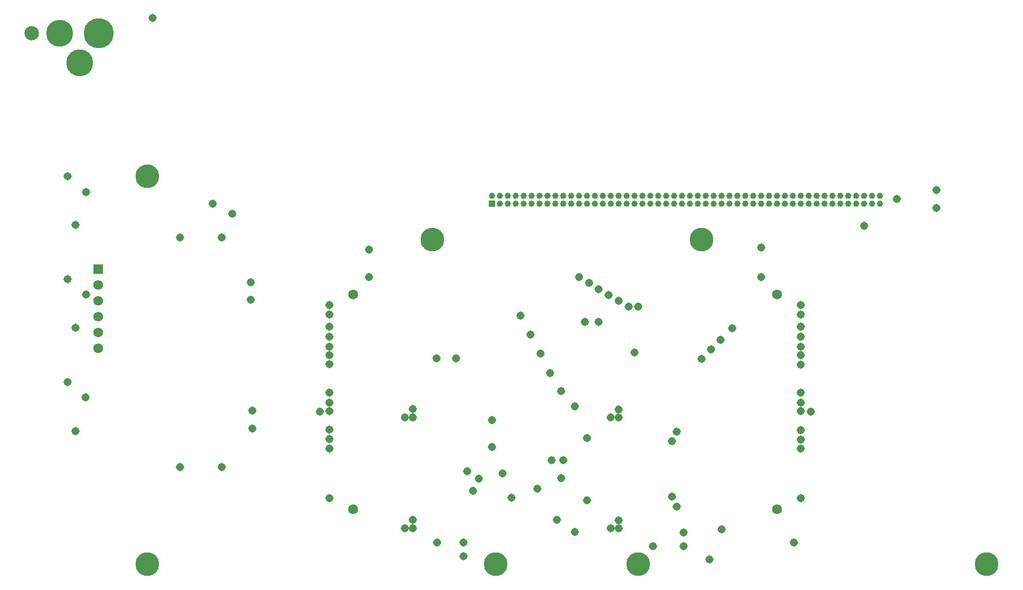
<source format=gbs>
G75*
G70*
%OFA0B0*%
%FSLAX24Y24*%
%IPPOS*%
%LPD*%
%AMOC8*
5,1,8,0,0,1.08239X$1,22.5*
%
%ADD10C,0.1497*%
%ADD11C,0.1897*%
%ADD12C,0.1700*%
%ADD13C,0.0907*%
%ADD14C,0.0397*%
%ADD15R,0.0397X0.0397*%
%ADD16C,0.0631*%
%ADD17R,0.0620X0.0620*%
%ADD18C,0.0620*%
%ADD19C,0.0516*%
D10*
X009326Y001812D03*
X031326Y001812D03*
X040326Y001812D03*
X062326Y001812D03*
X044326Y022312D03*
X027326Y022312D03*
X009326Y026312D03*
D11*
X006260Y035352D03*
D12*
X005039Y033462D03*
X003779Y035352D03*
D13*
X002008Y035352D03*
D14*
X031076Y025062D03*
X031576Y025062D03*
X031576Y024562D03*
X032076Y024562D03*
X032076Y025062D03*
X032576Y025062D03*
X032576Y024562D03*
X033076Y024562D03*
X033076Y025062D03*
X033576Y025062D03*
X033576Y024562D03*
X034076Y024562D03*
X034076Y025062D03*
X034576Y025062D03*
X034576Y024562D03*
X035076Y024562D03*
X035076Y025062D03*
X035576Y025062D03*
X035576Y024562D03*
X036076Y024562D03*
X036076Y025062D03*
X036576Y025062D03*
X036576Y024562D03*
X037076Y024562D03*
X037076Y025062D03*
X037576Y025062D03*
X037576Y024562D03*
X038076Y024562D03*
X038076Y025062D03*
X038576Y025062D03*
X038576Y024562D03*
X039076Y024562D03*
X039076Y025062D03*
X039576Y025062D03*
X039576Y024562D03*
X040076Y024562D03*
X040076Y025062D03*
X040576Y025062D03*
X040576Y024562D03*
X041076Y024562D03*
X041076Y025062D03*
X041576Y025062D03*
X041576Y024562D03*
X042076Y024562D03*
X042076Y025062D03*
X042576Y025062D03*
X042576Y024562D03*
X043076Y024562D03*
X043076Y025062D03*
X043576Y025062D03*
X043576Y024562D03*
X044076Y024562D03*
X044076Y025062D03*
X044576Y025062D03*
X044576Y024562D03*
X045076Y024562D03*
X045076Y025062D03*
X045576Y025062D03*
X045576Y024562D03*
X046076Y024562D03*
X046076Y025062D03*
X046576Y025062D03*
X046576Y024562D03*
X047076Y024562D03*
X047076Y025062D03*
X047576Y025062D03*
X047576Y024562D03*
X048076Y024562D03*
X048076Y025062D03*
X048576Y025062D03*
X048576Y024562D03*
X049076Y024562D03*
X049076Y025062D03*
X049576Y025062D03*
X049576Y024562D03*
X050076Y024562D03*
X050076Y025062D03*
X050576Y025062D03*
X050576Y024562D03*
X051076Y024562D03*
X051076Y025062D03*
X051576Y025062D03*
X051576Y024562D03*
X052076Y024562D03*
X052076Y025062D03*
X052576Y025062D03*
X052576Y024562D03*
X053076Y024562D03*
X053076Y025062D03*
X053576Y025062D03*
X053576Y024562D03*
X054076Y024562D03*
X054076Y025062D03*
X054576Y025062D03*
X054576Y024562D03*
X055076Y024562D03*
X055076Y025062D03*
X055576Y025062D03*
X055576Y024562D03*
D15*
X031076Y024562D03*
D16*
X022326Y018834D03*
X022326Y005291D03*
X049076Y005291D03*
X049076Y018834D03*
D17*
X006201Y020437D03*
D18*
X006201Y019437D03*
X006201Y018437D03*
X006201Y017437D03*
X006201Y016437D03*
X006201Y015437D03*
D19*
X004795Y016750D03*
X005451Y018844D03*
X004295Y019812D03*
X004795Y023250D03*
X005451Y025312D03*
X004295Y026312D03*
X011389Y022437D03*
X014014Y022437D03*
X014670Y023937D03*
X013451Y024562D03*
X015858Y019625D03*
X015858Y018500D03*
X020826Y018187D03*
X020826Y017562D03*
X020826Y016812D03*
X020826Y016187D03*
X020826Y015531D03*
X020826Y015000D03*
X020826Y014437D03*
X020826Y012656D03*
X020826Y012000D03*
X020826Y011469D03*
X020201Y011437D03*
X020826Y010312D03*
X020826Y009719D03*
X020826Y009125D03*
X020826Y005969D03*
X025576Y004062D03*
X026076Y004062D03*
X026076Y004594D03*
X027608Y003187D03*
X029295Y003187D03*
X029295Y002312D03*
X032326Y006000D03*
X031764Y007531D03*
X030264Y007219D03*
X029514Y007687D03*
X031076Y009219D03*
X031076Y010906D03*
X034858Y008375D03*
X035576Y008375D03*
X035451Y007250D03*
X033951Y006562D03*
X035170Y004625D03*
X036326Y003844D03*
X037076Y005844D03*
X038576Y004062D03*
X039076Y004062D03*
X039076Y004562D03*
X041233Y002937D03*
X043170Y002937D03*
X043170Y003812D03*
X042733Y005437D03*
X042451Y006062D03*
X045576Y004000D03*
X044826Y002125D03*
X050139Y003187D03*
X050576Y005969D03*
X050576Y009125D03*
X050576Y009687D03*
X050576Y010281D03*
X050576Y011469D03*
X050576Y012000D03*
X051201Y011437D03*
X050576Y012656D03*
X050576Y014406D03*
X050576Y015000D03*
X050576Y015531D03*
X050576Y016187D03*
X050576Y016812D03*
X050576Y017562D03*
X050576Y018187D03*
X048076Y019937D03*
X048076Y021812D03*
X046264Y016719D03*
X045514Y015969D03*
X044920Y015375D03*
X044326Y014781D03*
X040076Y015187D03*
X037826Y017094D03*
X036951Y017094D03*
X037826Y019187D03*
X037201Y019562D03*
X036576Y019937D03*
X038451Y018812D03*
X039076Y018437D03*
X039701Y018062D03*
X040326Y018062D03*
X034764Y013875D03*
X035451Y012750D03*
X036326Y011781D03*
X037076Y009781D03*
X038576Y011062D03*
X039076Y011062D03*
X039076Y011562D03*
X042733Y010187D03*
X042451Y009562D03*
X034139Y015125D03*
X033514Y016312D03*
X032889Y017500D03*
X028826Y014812D03*
X027576Y014812D03*
X026076Y011594D03*
X026076Y011062D03*
X025576Y011062D03*
X029889Y006437D03*
X015951Y010375D03*
X015951Y011500D03*
X014014Y007937D03*
X011389Y007937D03*
X005420Y012344D03*
X004295Y013312D03*
X004795Y010219D03*
X023326Y019937D03*
X023326Y021687D03*
X009639Y036312D03*
X054576Y023187D03*
X056639Y024875D03*
X059139Y024312D03*
X059139Y025437D03*
M02*

</source>
